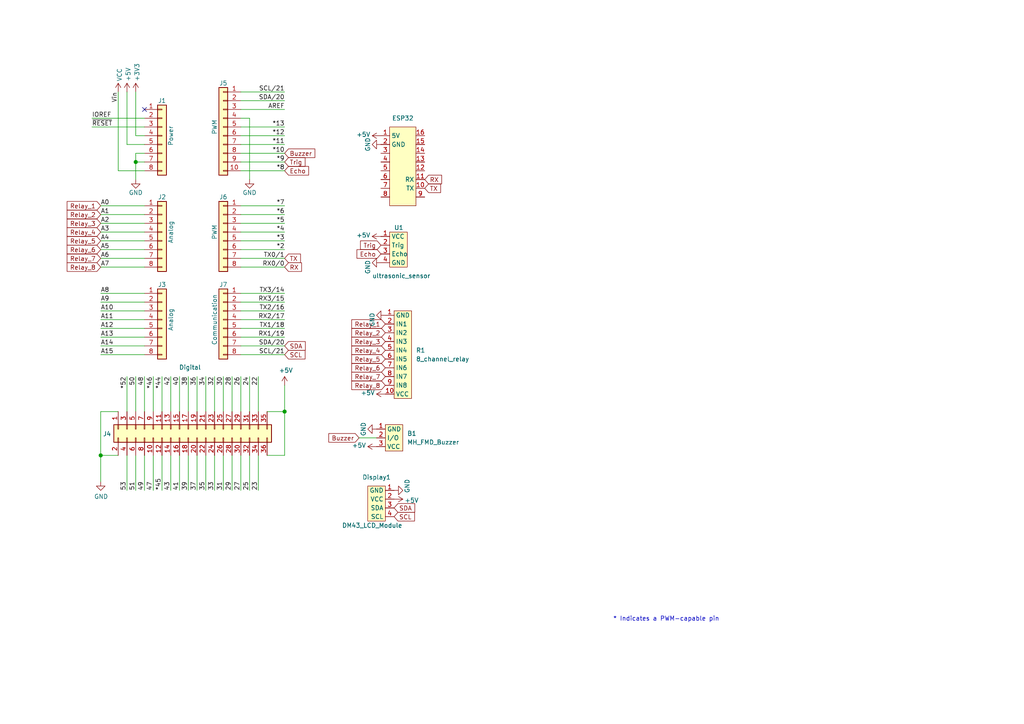
<source format=kicad_sch>
(kicad_sch (version 20211123) (generator eeschema)
  (paper "A4")
  (title_block (date "mar. 31 mars 2015"))
  (lib_symbols
    (symbol "Connector_Generic:Conn_01x08" (pin_names (offset 1.016) hide)
      (property "Reference" "J" (at 0 10.16 0))
      (property "Value" "Conn_01x08" (at 0 -12.7 0))
      (symbol "Conn_01x08_1_1"
        (rectangle (start -1.27 -10.033) (end 0 -10.287) (stroke (width 0.1524)))
        (rectangle (start -1.27 -7.493) (end 0 -7.747) (stroke (width 0.1524)))
        (rectangle (start -1.27 -4.953) (end 0 -5.207) (stroke (width 0.1524)))
        (rectangle (start -1.27 -2.413) (end 0 -2.667) (stroke (width 0.1524)))
        (rectangle (start -1.27 0.127) (end 0 -0.127) (stroke (width 0.1524)))
        (rectangle (start -1.27 2.667) (end 0 2.413) (stroke (width 0.1524)))
        (rectangle (start -1.27 5.207) (end 0 4.953) (stroke (width 0.1524)))
        (rectangle (start -1.27 7.747) (end 0 7.493) (stroke (width 0.1524)))
        (rectangle (start -1.27 8.89) (end 1.27 -11.43) (stroke (width 0.254)) (fill (type background)))
        (pin passive line (at -5.08 7.62 0) (length 3.81) (name "Pin_1") (number "1"))
        (pin passive line (at -5.08 5.08 0) (length 3.81) (name "Pin_2") (number "2"))
        (pin passive line (at -5.08 2.54 0) (length 3.81) (name "Pin_3") (number "3"))
        (pin passive line (at -5.08 0 0) (length 3.81) (name "Pin_4") (number "4"))
        (pin passive line (at -5.08 -2.54 0) (length 3.81) (name "Pin_5") (number "5"))
        (pin passive line (at -5.08 -5.08 0) (length 3.81) (name "Pin_6") (number "6"))
        (pin passive line (at -5.08 -7.62 0) (length 3.81) (name "Pin_7") (number "7"))
        (pin passive line (at -5.08 -10.16 0) (length 3.81) (name "Pin_8") (number "8"))
      )
    )
    (symbol "Connector_Generic:Conn_01x10" (pin_names (offset 1.016) hide)
      (property "Reference" "J" (at 0 12.7 0))
      (property "Value" "Conn_01x10" (at 0 -15.24 0))
      (symbol "Conn_01x10_1_1"
        (rectangle (start -1.27 -12.573) (end 0 -12.827) (stroke (width 0.1524)))
        (rectangle (start -1.27 -10.033) (end 0 -10.287) (stroke (width 0.1524)))
        (rectangle (start -1.27 -7.493) (end 0 -7.747) (stroke (width 0.1524)))
        (rectangle (start -1.27 -4.953) (end 0 -5.207) (stroke (width 0.1524)))
        (rectangle (start -1.27 -2.413) (end 0 -2.667) (stroke (width 0.1524)))
        (rectangle (start -1.27 0.127) (end 0 -0.127) (stroke (width 0.1524)))
        (rectangle (start -1.27 2.667) (end 0 2.413) (stroke (width 0.1524)))
        (rectangle (start -1.27 5.207) (end 0 4.953) (stroke (width 0.1524)))
        (rectangle (start -1.27 7.747) (end 0 7.493) (stroke (width 0.1524)))
        (rectangle (start -1.27 10.287) (end 0 10.033) (stroke (width 0.1524)))
        (rectangle (start -1.27 11.43) (end 1.27 -13.97) (stroke (width 0.254)) (fill (type background)))
        (pin passive line (at -5.08 10.16 0) (length 3.81) (name "Pin_1") (number "1"))
        (pin passive line (at -5.08 -12.7 0) (length 3.81) (name "Pin_10") (number "10"))
        (pin passive line (at -5.08 7.62 0) (length 3.81) (name "Pin_2") (number "2"))
        (pin passive line (at -5.08 5.08 0) (length 3.81) (name "Pin_3") (number "3"))
        (pin passive line (at -5.08 2.54 0) (length 3.81) (name "Pin_4") (number "4"))
        (pin passive line (at -5.08 0 0) (length 3.81) (name "Pin_5") (number "5"))
        (pin passive line (at -5.08 -2.54 0) (length 3.81) (name "Pin_6") (number "6"))
        (pin passive line (at -5.08 -5.08 0) (length 3.81) (name "Pin_7") (number "7"))
        (pin passive line (at -5.08 -7.62 0) (length 3.81) (name "Pin_8") (number "8"))
        (pin passive line (at -5.08 -10.16 0) (length 3.81) (name "Pin_9") (number "9"))
      )
    )
    (symbol "Connector_Generic:Conn_02x18_Odd_Even" (pin_names (offset 1.016) hide)
      (property "Reference" "J" (at 1.27 22.86 0))
      (property "Value" "Conn_02x18_Odd_Even" (at 1.27 -25.4 0))
      (symbol "Conn_02x18_Odd_Even_1_1"
        (rectangle (start -1.27 -22.733) (end 0 -22.987) (stroke (width 0.1524)))
        (rectangle (start -1.27 -20.193) (end 0 -20.447) (stroke (width 0.1524)))
        (rectangle (start -1.27 -17.653) (end 0 -17.907) (stroke (width 0.1524)))
        (rectangle (start -1.27 -15.113) (end 0 -15.367) (stroke (width 0.1524)))
        (rectangle (start -1.27 -12.573) (end 0 -12.827) (stroke (width 0.1524)))
        (rectangle (start -1.27 -10.033) (end 0 -10.287) (stroke (width 0.1524)))
        (rectangle (start -1.27 -7.493) (end 0 -7.747) (stroke (width 0.1524)))
        (rectangle (start -1.27 -4.953) (end 0 -5.207) (stroke (width 0.1524)))
        (rectangle (start -1.27 -2.413) (end 0 -2.667) (stroke (width 0.1524)))
        (rectangle (start -1.27 0.127) (end 0 -0.127) (stroke (width 0.1524)))
        (rectangle (start -1.27 2.667) (end 0 2.413) (stroke (width 0.1524)))
        (rectangle (start -1.27 5.207) (end 0 4.953) (stroke (width 0.1524)))
        (rectangle (start -1.27 7.747) (end 0 7.493) (stroke (width 0.1524)))
        (rectangle (start -1.27 10.287) (end 0 10.033) (stroke (width 0.1524)))
        (rectangle (start -1.27 12.827) (end 0 12.573) (stroke (width 0.1524)))
        (rectangle (start -1.27 15.367) (end 0 15.113) (stroke (width 0.1524)))
        (rectangle (start -1.27 17.907) (end 0 17.653) (stroke (width 0.1524)))
        (rectangle (start -1.27 20.447) (end 0 20.193) (stroke (width 0.1524)))
        (rectangle (start -1.27 21.59) (end 3.81 -24.13) (stroke (width 0.254)) (fill (type background)))
        (rectangle (start 3.81 -22.733) (end 2.54 -22.987) (stroke (width 0.1524)))
        (rectangle (start 3.81 -20.193) (end 2.54 -20.447) (stroke (width 0.1524)))
        (rectangle (start 3.81 -17.653) (end 2.54 -17.907) (stroke (width 0.1524)))
        (rectangle (start 3.81 -15.113) (end 2.54 -15.367) (stroke (width 0.1524)))
        (rectangle (start 3.81 -12.573) (end 2.54 -12.827) (stroke (width 0.1524)))
        (rectangle (start 3.81 -10.033) (end 2.54 -10.287) (stroke (width 0.1524)))
        (rectangle (start 3.81 -7.493) (end 2.54 -7.747) (stroke (width 0.1524)))
        (rectangle (start 3.81 -4.953) (end 2.54 -5.207) (stroke (width 0.1524)))
        (rectangle (start 3.81 -2.413) (end 2.54 -2.667) (stroke (width 0.1524)))
        (rectangle (start 3.81 0.127) (end 2.54 -0.127) (stroke (width 0.1524)))
        (rectangle (start 3.81 2.667) (end 2.54 2.413) (stroke (width 0.1524)))
        (rectangle (start 3.81 5.207) (end 2.54 4.953) (stroke (width 0.1524)))
        (rectangle (start 3.81 7.747) (end 2.54 7.493) (stroke (width 0.1524)))
        (rectangle (start 3.81 10.287) (end 2.54 10.033) (stroke (width 0.1524)))
        (rectangle (start 3.81 12.827) (end 2.54 12.573) (stroke (width 0.1524)))
        (rectangle (start 3.81 15.367) (end 2.54 15.113) (stroke (width 0.1524)))
        (rectangle (start 3.81 17.907) (end 2.54 17.653) (stroke (width 0.1524)))
        (rectangle (start 3.81 20.447) (end 2.54 20.193) (stroke (width 0.1524)))
        (pin passive line (at -5.08 20.32 0) (length 3.81) (name "Pin_1") (number "1"))
        (pin passive line (at 7.62 10.16 180) (length 3.81) (name "Pin_10") (number "10"))
        (pin passive line (at -5.08 7.62 0) (length 3.81) (name "Pin_11") (number "11"))
        (pin passive line (at 7.62 7.62 180) (length 3.81) (name "Pin_12") (number "12"))
        (pin passive line (at -5.08 5.08 0) (length 3.81) (name "Pin_13") (number "13"))
        (pin passive line (at 7.62 5.08 180) (length 3.81) (name "Pin_14") (number "14"))
        (pin passive line (at -5.08 2.54 0) (length 3.81) (name "Pin_15") (number "15"))
        (pin passive line (at 7.62 2.54 180) (length 3.81) (name "Pin_16") (number "16"))
        (pin passive line (at -5.08 0 0) (length 3.81) (name "Pin_17") (number "17"))
        (pin passive line (at 7.62 0 180) (length 3.81) (name "Pin_18") (number "18"))
        (pin passive line (at -5.08 -2.54 0) (length 3.81) (name "Pin_19") (number "19"))
        (pin passive line (at 7.62 20.32 180) (length 3.81) (name "Pin_2") (number "2"))
        (pin passive line (at 7.62 -2.54 180) (length 3.81) (name "Pin_20") (number "20"))
        (pin passive line (at -5.08 -5.08 0) (length 3.81) (name "Pin_21") (number "21"))
        (pin passive line (at 7.62 -5.08 180) (length 3.81) (name "Pin_22") (number "22"))
        (pin passive line (at -5.08 -7.62 0) (length 3.81) (name "Pin_23") (number "23"))
        (pin passive line (at 7.62 -7.62 180) (length 3.81) (name "Pin_24") (number "24"))
        (pin passive line (at -5.08 -10.16 0) (length 3.81) (name "Pin_25") (number "25"))
        (pin passive line (at 7.62 -10.16 180) (length 3.81) (name "Pin_26") (number "26"))
        (pin passive line (at -5.08 -12.7 0) (length 3.81) (name "Pin_27") (number "27"))
        (pin passive line (at 7.62 -12.7 180) (length 3.81) (name "Pin_28") (number "28"))
        (pin passive line (at -5.08 -15.24 0) (length 3.81) (name "Pin_29") (number "29"))
        (pin passive line (at -5.08 17.78 0) (length 3.81) (name "Pin_3") (number "3"))
        (pin passive line (at 7.62 -15.24 180) (length 3.81) (name "Pin_30") (number "30"))
        (pin passive line (at -5.08 -17.78 0) (length 3.81) (name "Pin_31") (number "31"))
        (pin passive line (at 7.62 -17.78 180) (length 3.81) (name "Pin_32") (number "32"))
        (pin passive line (at -5.08 -20.32 0) (length 3.81) (name "Pin_33") (number "33"))
        (pin passive line (at 7.62 -20.32 180) (length 3.81) (name "Pin_34") (number "34"))
        (pin passive line (at -5.08 -22.86 0) (length 3.81) (name "Pin_35") (number "35"))
        (pin passive line (at 7.62 -22.86 180) (length 3.81) (name "Pin_36") (number "36"))
        (pin passive line (at 7.62 17.78 180) (length 3.81) (name "Pin_4") (number "4"))
        (pin passive line (at -5.08 15.24 0) (length 3.81) (name "Pin_5") (number "5"))
        (pin passive line (at 7.62 15.24 180) (length 3.81) (name "Pin_6") (number "6"))
        (pin passive line (at -5.08 12.7 0) (length 3.81) (name "Pin_7") (number "7"))
        (pin passive line (at 7.62 12.7 180) (length 3.81) (name "Pin_8") (number "8"))
        (pin passive line (at -5.08 10.16 0) (length 3.81) (name "Pin_9") (number "9"))
      )
    )
    (symbol "My_Symbol:8_channel_relay"
      (property "Reference" "R" (at -1.27 3.81 0))
      (property "Value" "8_channel_relay" (at 0 -30.48 0))
      (symbol "8_channel_relay_0_1"
        (rectangle (start 0 0) (end 5.08 -25.4) (fill (type background)))
      )
      (symbol "8_channel_relay_1_1"
        (pin input line (at -2.54 -1.27 0) (length 2.54) (name "GND") (number "1"))
        (pin input line (at -2.54 -24.13 0) (length 2.54) (name "VCC") (number "10"))
        (pin input line (at -2.54 -3.81 0) (length 2.54) (name "IN1") (number "2"))
        (pin input line (at -2.54 -6.35 0) (length 2.54) (name "IN2") (number "3"))
        (pin input line (at -2.54 -8.89 0) (length 2.54) (name "IN3") (number "4"))
        (pin input line (at -2.54 -11.43 0) (length 2.54) (name "IN4") (number "5"))
        (pin input line (at -2.54 -13.97 0) (length 2.54) (name "IN5") (number "6"))
        (pin input line (at -2.54 -16.51 0) (length 2.54) (name "IN6") (number "7"))
        (pin input line (at -2.54 -19.05 0) (length 2.54) (name "IN7") (number "8"))
        (pin input line (at -2.54 -21.59 0) (length 2.54) (name "IN8") (number "9"))
      )
    )
    (symbol "My_Symbol:DM43_LCD_Module"
      (property "Reference" "Display" (at 2.54 1.27 0))
      (property "Value" "DM43_LCD_Module" (at 3.81 -12.7 0))
      (symbol "DM43_LCD_Module_0_1"
        (rectangle (start 5.08 0) (end 0 -10.16) (fill (type background)))
      )
      (symbol "DM43_LCD_Module_1_1"
        (pin input line (at 7.62 -1.27 180) (length 2.54) (name "GND") (number "1"))
        (pin input line (at 7.62 -3.81 180) (length 2.54) (name "VCC") (number "2"))
        (pin input line (at 7.62 -6.35 180) (length 2.54) (name "SDA") (number "3"))
        (pin input line (at 7.62 -8.89 180) (length 2.54) (name "SCL") (number "4"))
      )
    )
    (symbol "My_Symbol:ESP32"
      (property "Value" "ESP32" (at 3.81 1.27 0))
      (symbol "ESP32_0_1"
        (rectangle (start 0 0) (end 7.62 -22.86) (fill (type background)))
      )
      (symbol "ESP32_1_1"
        (pin input line (at -2.54 -2.54 0) (length 2.54) (name "5V") (number "1"))
        (pin input line (at 10.16 -17.78 180) (length 2.54) (name "TX") (number "10"))
        (pin input line (at 10.16 -15.24 180) (length 2.54) (name "RX") (number "11"))
        (pin input line (at 10.16 -12.7 180) (length 2.54) (name "") (number "12"))
        (pin input line (at 10.16 -10.16 180) (length 2.54) (name "") (number "13"))
        (pin input line (at 10.16 -7.62 180) (length 2.54) (name "") (number "14"))
        (pin input line (at 10.16 -5.08 180) (length 2.54) (name "") (number "15"))
        (pin input line (at 10.16 -2.54 180) (length 2.54) (name "") (number "16"))
        (pin input line (at -2.54 -5.08 0) (length 2.54) (name "GND") (number "2"))
        (pin input line (at -2.54 -7.62 0) (length 2.54) (name "") (number "3"))
        (pin input line (at -2.54 -10.16 0) (length 2.54) (name "") (number "4"))
        (pin input line (at -2.54 -12.7 0) (length 2.54) (name "") (number "5"))
        (pin input line (at -2.54 -15.24 0) (length 2.54) (name "") (number "6"))
        (pin input line (at -2.54 -17.78 0) (length 2.54) (name "") (number "7"))
        (pin input line (at -2.54 -20.32 0) (length 2.54) (name "") (number "8"))
        (pin input line (at 10.16 -20.32 180) (length 2.54) (name "") (number "9"))
      )
    )
    (symbol "My_Symbol:MH_FMD_Buzzer"
      (property "Reference" "B" (at 0 -8.89 0))
      (property "Value" "MH_FMD_Buzzer" (at 0 3.81 0))
      (symbol "MH_FMD_Buzzer_0_1"
        (polyline (pts (xy 0 0) (xy 0 -7.62) (xy 5.08 -7.62) (xy 5.08 0) (xy 0 0)) (fill (type background)))
      )
      (symbol "MH_FMD_Buzzer_1_1"
        (pin input line (at -2.54 -1.27 0) (length 2.54) (name "GND") (number "1"))
        (pin input line (at -2.54 -3.81 0) (length 2.54) (name "I/O") (number "2"))
        (pin input line (at -2.54 -6.35 0) (length 2.54) (name "VCC") (number "3"))
      )
    )
    (symbol "My_Symbol:ultrasonic_sensor"
      (property "Reference" "U" (at 3.048 -13.462 0))
      (property "Value" "ultrasonic_sensor" (at 2.794 2.794 0))
      (symbol "ultrasonic_sensor_0_1"
        (rectangle (start 0 0) (end 5.08 -10.16) (fill (type background)))
      )
      (symbol "ultrasonic_sensor_1_1"
        (pin input line (at -2.54 -1.27 0) (length 2.54) (name "VCC") (number "1"))
        (pin input line (at -2.54 -3.81 0) (length 2.54) (name "Trig") (number "2"))
        (pin input line (at -2.54 -6.35 0) (length 2.54) (name "Echo") (number "3"))
        (pin input line (at -2.54 -8.89 0) (length 2.54) (name "GND") (number "4"))
      )
    )
    (symbol "power:+3V3" (power) (pin_names (offset 0))
      (property "Value" "+3V3" (at 0 3.556 0))
      (symbol "+3V3_0_1"
        (polyline (pts (xy -0.762 1.27) (xy 0 2.54)))
        (polyline (pts (xy 0 0) (xy 0 2.54)))
        (polyline (pts (xy 0 2.54) (xy 0.762 1.27)))
      )
      (symbol "+3V3_1_1"
        (pin power_in line (at 0 0 90) (length 0) hide (name "+3V3") (number "1"))
      )
    )
    (symbol "power:+5V" (power) (pin_names (offset 0))
      (property "Value" "+5V" (at 0 3.556 0))
      (symbol "+5V_0_1"
        (polyline (pts (xy -0.762 1.27) (xy 0 2.54)))
        (polyline (pts (xy 0 0) (xy 0 2.54)))
        (polyline (pts (xy 0 2.54) (xy 0.762 1.27)))
      )
      (symbol "+5V_1_1"
        (pin power_in line (at 0 0 90) (length 0) hide (name "+5V") (number "1"))
      )
    )
    (symbol "power:GND" (power) (pin_names (offset 0))
      (property "Value" "GND" (at 0 -3.81 0))
      (symbol "GND_0_1"
        (polyline (pts (xy 0 0) (xy 0 -1.27) (xy 1.27 -1.27) (xy 0 -2.54) (xy -1.27 -1.27) (xy 0 -1.27)))
      )
      (symbol "GND_1_1"
        (pin power_in line (at 0 0 270) (length 0) hide (name "GND") (number "1"))
      )
    )
    (symbol "power:VCC" (power) (pin_names (offset 0))
      (property "Value" "VCC" (at 0 3.81 0))
      (symbol "VCC_0_1"
        (polyline (pts (xy -0.762 1.27) (xy 0 2.54)))
        (polyline (pts (xy 0 0) (xy 0 2.54)))
        (polyline (pts (xy 0 2.54) (xy 0.762 1.27)))
      )
      (symbol "VCC_1_1"
        (pin power_in line (at 0 0 90) (length 0) hide (name "VCC") (number "1"))
      )
    )
  )
  (junction (at 29.21 132.08) (diameter 1.016))
  (junction (at 39.37 46.99) (diameter 1.016))
  (junction (at 82.55 119.38) (diameter 1.016))
  (no_connect (at 41.91 31.75))
  (wire (pts (xy 69.85 77.47) (xy 82.55 77.47)))
  (wire (pts (xy 104.14 127) (xy 109.22 127)))
  (wire (pts (xy 29.21 77.47) (xy 41.91 77.47)))
  (wire (pts (xy 69.85 44.45) (xy 82.55 44.45)))
  (wire (pts (xy 52.07 109.22) (xy 52.07 119.38)))
  (wire (pts (xy 69.85 26.67) (xy 82.55 26.67)))
  (wire (pts (xy 54.61 109.22) (xy 54.61 119.38)))
  (wire (pts (xy 82.55 119.38) (xy 82.55 132.08)))
  (wire (pts (xy 34.29 119.38) (xy 29.21 119.38)))
  (wire (pts (xy 69.85 90.17) (xy 82.55 90.17)))
  (wire (pts (xy 39.37 44.45) (xy 39.37 46.99)))
  (wire (pts (xy 57.15 132.08) (xy 57.15 142.24)))
  (wire (pts (xy 29.21 72.39) (xy 41.91 72.39)))
  (wire (pts (xy 62.23 109.22) (xy 62.23 119.38)))
  (wire (pts (xy 39.37 109.22) (xy 39.37 119.38)))
  (wire (pts (xy 74.93 109.22) (xy 74.93 119.38)))
  (wire (pts (xy 39.37 46.99) (xy 39.37 52.07)))
  (wire (pts (xy 69.85 132.08) (xy 69.85 142.24)))
  (wire (pts (xy 39.37 39.37) (xy 41.91 39.37)))
  (wire (pts (xy 49.53 109.22) (xy 49.53 119.38)))
  (wire (pts (xy 36.83 41.91) (xy 41.91 41.91)))
  (wire (pts (xy 59.69 132.08) (xy 59.69 142.24)))
  (wire (pts (xy 36.83 26.67) (xy 36.83 41.91)))
  (wire (pts (xy 29.21 102.87) (xy 41.91 102.87)))
  (wire (pts (xy 44.45 132.08) (xy 44.45 142.24)))
  (wire (pts (xy 67.31 132.08) (xy 67.31 142.24)))
  (wire (pts (xy 69.85 36.83) (xy 82.55 36.83)))
  (wire (pts (xy 39.37 26.67) (xy 39.37 39.37)))
  (wire (pts (xy 69.85 59.69) (xy 82.55 59.69)))
  (wire (pts (xy 41.91 59.69) (xy 29.21 59.69)))
  (wire (pts (xy 69.85 39.37) (xy 82.55 39.37)))
  (wire (pts (xy 41.91 100.33) (xy 29.21 100.33)))
  (wire (pts (xy 69.85 62.23) (xy 82.55 62.23)))
  (wire (pts (xy 69.85 97.79) (xy 82.55 97.79)))
  (wire (pts (xy 59.69 109.22) (xy 59.69 119.38)))
  (wire (pts (xy 29.21 119.38) (xy 29.21 132.08)))
  (wire (pts (xy 44.45 109.22) (xy 44.45 119.38)))
  (wire (pts (xy 34.29 132.08) (xy 29.21 132.08)))
  (wire (pts (xy 69.85 46.99) (xy 82.55 46.99)))
  (wire (pts (xy 67.31 109.22) (xy 67.31 119.38)))
  (wire (pts (xy 64.77 109.22) (xy 64.77 119.38)))
  (wire (pts (xy 46.99 132.08) (xy 46.99 142.24)))
  (wire (pts (xy 64.77 132.08) (xy 64.77 142.24)))
  (wire (pts (xy 41.91 132.08) (xy 41.91 142.24)))
  (wire (pts (xy 72.39 109.22) (xy 72.39 119.38)))
  (wire (pts (xy 69.85 67.31) (xy 82.55 67.31)))
  (wire (pts (xy 52.07 132.08) (xy 52.07 142.24)))
  (wire (pts (xy 46.99 109.22) (xy 46.99 119.38)))
  (wire (pts (xy 26.67 34.29) (xy 41.91 34.29)))
  (wire (pts (xy 69.85 87.63) (xy 82.55 87.63)))
  (wire (pts (xy 82.55 111.76) (xy 82.55 119.38)))
  (wire (pts (xy 72.39 34.29) (xy 72.39 52.07)))
  (wire (pts (xy 69.85 102.87) (xy 82.55 102.87)))
  (wire (pts (xy 69.85 31.75) (xy 82.55 31.75)))
  (wire (pts (xy 77.47 119.38) (xy 82.55 119.38)))
  (wire (pts (xy 69.85 95.25) (xy 82.55 95.25)))
  (wire (pts (xy 29.21 92.71) (xy 41.91 92.71)))
  (wire (pts (xy 41.91 64.77) (xy 29.21 64.77)))
  (wire (pts (xy 26.67 36.83) (xy 41.91 36.83)))
  (wire (pts (xy 69.85 85.09) (xy 82.55 85.09)))
  (wire (pts (xy 41.91 46.99) (xy 39.37 46.99)))
  (wire (pts (xy 41.91 49.53) (xy 34.29 49.53)))
  (wire (pts (xy 36.83 109.22) (xy 36.83 119.38)))
  (wire (pts (xy 29.21 62.23) (xy 41.91 62.23)))
  (wire (pts (xy 39.37 132.08) (xy 39.37 142.24)))
  (wire (pts (xy 62.23 132.08) (xy 62.23 142.24)))
  (wire (pts (xy 41.91 90.17) (xy 29.21 90.17)))
  (wire (pts (xy 36.83 132.08) (xy 36.83 142.24)))
  (wire (pts (xy 69.85 92.71) (xy 82.55 92.71)))
  (wire (pts (xy 69.85 34.29) (xy 72.39 34.29)))
  (wire (pts (xy 54.61 132.08) (xy 54.61 142.24)))
  (wire (pts (xy 41.91 44.45) (xy 39.37 44.45)))
  (wire (pts (xy 29.21 97.79) (xy 41.91 97.79)))
  (wire (pts (xy 69.85 109.22) (xy 69.85 119.38)))
  (wire (pts (xy 69.85 41.91) (xy 82.55 41.91)))
  (wire (pts (xy 57.15 109.22) (xy 57.15 119.38)))
  (wire (pts (xy 29.21 87.63) (xy 41.91 87.63)))
  (wire (pts (xy 69.85 64.77) (xy 82.55 64.77)))
  (wire (pts (xy 29.21 67.31) (xy 41.91 67.31)))
  (wire (pts (xy 41.91 109.22) (xy 41.91 119.38)))
  (wire (pts (xy 69.85 100.33) (xy 82.55 100.33)))
  (wire (pts (xy 82.55 132.08) (xy 77.47 132.08)))
  (wire (pts (xy 41.91 85.09) (xy 29.21 85.09)))
  (wire (pts (xy 74.93 132.08) (xy 74.93 142.24)))
  (wire (pts (xy 69.85 29.21) (xy 82.55 29.21)))
  (wire (pts (xy 72.39 132.08) (xy 72.39 142.24)))
  (wire (pts (xy 69.85 72.39) (xy 82.55 72.39)))
  (wire (pts (xy 69.85 69.85) (xy 82.55 69.85)))
  (wire (pts (xy 49.53 132.08) (xy 49.53 142.24)))
  (wire (pts (xy 69.85 74.93) (xy 82.55 74.93)))
  (wire (pts (xy 41.91 95.25) (xy 29.21 95.25)))
  (wire (pts (xy 34.29 49.53) (xy 34.29 26.67)))
  (wire (pts (xy 29.21 132.08) (xy 29.21 139.7)))
  (wire (pts (xy 41.91 74.93) (xy 29.21 74.93)))
  (wire (pts (xy 41.91 69.85) (xy 29.21 69.85)))
  (wire (pts (xy 69.85 49.53) (xy 82.55 49.53)))
  (text "* Indicates a PWM-capable pin" (at 177.8 180.34 0) (effects (font (size 1.27 1.27)) (justify left bottom)))
  (label "A10" (at 29.21 90.17 0))
  (label "RX0{slash}0" (at 82.55 77.47 180))
  (label "A15" (at 29.21 102.87 0))
  (label "A2" (at 29.21 64.77 0))
  (label "RX2{slash}17" (at 82.55 92.71 180))
  (label "*4" (at 82.55 67.31 180))
  (label "SDA{slash}20" (at 82.55 100.33 180))
  (label "26" (at 69.85 109.22 270))
  (label "31" (at 64.77 142.24 90))
  (label "22" (at 74.93 109.22 270))
  (label "33" (at 62.23 142.24 90))
  (label "36" (at 57.15 109.22 270))
  (label "*2" (at 82.55 72.39 180))
  (label "TX1{slash}18" (at 82.55 95.25 180))
  (label "*44" (at 46.99 109.22 270))
  (label "A3" (at 29.21 67.31 0))
  (label "*13" (at 82.55 36.83 180))
  (label "*52" (at 36.83 109.22 270))
  (label "*12" (at 82.55 39.37 180))
  (label "40" (at 52.07 109.22 270))
  (label "~{RESET}" (at 26.67 36.83 0))
  (label "35" (at 59.69 142.24 90))
  (label "*10" (at 82.55 44.45 180))
  (label "28" (at 67.31 109.22 270))
  (label "23" (at 74.93 142.24 90))
  (label "29" (at 67.31 142.24 90))
  (label "A13" (at 29.21 97.79 0))
  (label "41" (at 52.07 142.24 90))
  (label "30" (at 64.77 109.22 270))
  (label "47" (at 44.45 142.24 90))
  (label "34" (at 59.69 109.22 270))
  (label "*45" (at 46.99 142.24 90))
  (label "38" (at 54.61 109.22 270))
  (label "51" (at 39.37 142.24 90))
  (label "*7" (at 82.55 59.69 180))
  (label "SDA{slash}20" (at 82.55 29.21 180))
  (label "*8" (at 82.55 49.53 180))
  (label "A9" (at 29.21 87.63 0))
  (label "*11" (at 82.55 41.91 180))
  (label "*3" (at 82.55 69.85 180))
  (label "A6" (at 29.21 74.93 0))
  (label "42" (at 49.53 109.22 270))
  (label "A1" (at 29.21 62.23 0))
  (label "53" (at 36.83 142.24 90))
  (label "TX0{slash}1" (at 82.55 74.93 180))
  (label "24" (at 72.39 109.22 270))
  (label "RX1{slash}19" (at 82.55 97.79 180))
  (label "A0" (at 29.21 59.69 0))
  (label "AREF" (at 82.55 31.75 180))
  (label "A14" (at 29.21 100.33 0))
  (label "39" (at 54.61 142.24 90))
  (label "A8" (at 29.21 85.09 0))
  (label "Vin" (at 34.29 26.67 270))
  (label "27" (at 69.85 142.24 90))
  (label "37" (at 57.15 142.24 90))
  (label "25" (at 72.39 142.24 90))
  (label "*6" (at 82.55 62.23 180))
  (label "*46" (at 44.45 109.22 270))
  (label "SCL{slash}21" (at 82.55 26.67 180))
  (label "*9" (at 82.55 46.99 180))
  (label "50" (at 39.37 109.22 270))
  (label "TX2{slash}16" (at 82.55 90.17 180))
  (label "*5" (at 82.55 64.77 180))
  (label "IOREF" (at 26.67 34.29 0))
  (label "A7" (at 29.21 77.47 0))
  (label "A11" (at 29.21 92.71 0))
  (label "A4" (at 29.21 69.85 0))
  (label "49" (at 41.91 142.24 90))
  (label "A5" (at 29.21 72.39 0))
  (label "RX3{slash}15" (at 82.55 87.63 180))
  (label "TX3{slash}14" (at 82.55 85.09 180))
  (label "32" (at 62.23 109.22 270))
  (label "43" (at 49.53 142.24 90))
  (label "A12" (at 29.21 95.25 0))
  (label "SCL{slash}21" (at 82.55 102.87 180))
  (label "48" (at 41.91 109.22 270))
  (global_label "SDA" (shape input) (at 114.3 147.32 0) (property "Intersheet References" "${INTERSHEET_REFS}" (effects hide)))
  (global_label "SDA" (shape input) (at 82.55 100.33 0) (property "Intersheet References" "${INTERSHEET_REFS}" (effects hide)))
  (global_label "Relay_6" (shape input) (at 29.21 72.39 180) (property "Intersheet References" "${INTERSHEET_REFS}" (effects hide)))
  (global_label "Relay_4" (shape input) (at 111.76 101.6 180) (property "Intersheet References" "${INTERSHEET_REFS}" (effects hide)))
  (global_label "Relay_1" (shape input) (at 29.21 59.69 180) (property "Intersheet References" "${INTERSHEET_REFS}" (effects hide)))
  (global_label "Trig" (shape input) (at 110.49 71.12 180) (property "Intersheet References" "${INTERSHEET_REFS}" (effects hide)))
  (global_label "Relay_5" (shape input) (at 111.76 104.14 180) (property "Intersheet References" "${INTERSHEET_REFS}" (effects hide)))
  (global_label "Buzzer" (shape input) (at 104.14 127 180) (property "Intersheet References" "${INTERSHEET_REFS}" (effects hide)))
  (global_label "Echo" (shape input) (at 82.55 49.53 0) (property "Intersheet References" "${INTERSHEET_REFS}" (effects hide)))
  (global_label "Relay_3" (shape input) (at 29.21 64.77 180) (property "Intersheet References" "${INTERSHEET_REFS}" (effects hide)))
  (global_label "TX" (shape input) (at 82.55 74.93 0) (property "Intersheet References" "${INTERSHEET_REFS}" (effects hide)))
  (global_label "TX" (shape input) (at 123.19 54.61 0) (property "Intersheet References" "${INTERSHEET_REFS}" (effects hide)))
  (global_label "Relay_5" (shape input) (at 29.21 69.85 180) (property "Intersheet References" "${INTERSHEET_REFS}" (effects hide)))
  (global_label "RX" (shape input) (at 82.55 77.47 0) (property "Intersheet References" "${INTERSHEET_REFS}" (effects hide)))
  (global_label "Relay_8" (shape input) (at 111.76 111.76 180) (property "Intersheet References" "${INTERSHEET_REFS}" (effects hide)))
  (global_label "SCL" (shape input) (at 82.55 102.87 0) (property "Intersheet References" "${INTERSHEET_REFS}" (effects hide)))
  (global_label "Echo" (shape input) (at 110.49 73.66 180) (property "Intersheet References" "${INTERSHEET_REFS}" (effects hide)))
  (global_label "Relay_3" (shape input) (at 111.76 99.06 180) (property "Intersheet References" "${INTERSHEET_REFS}" (effects hide)))
  (global_label "SCL" (shape input) (at 114.3 149.86 0) (property "Intersheet References" "${INTERSHEET_REFS}" (effects hide)))
  (global_label "RX" (shape input) (at 123.19 52.07 0) (property "Intersheet References" "${INTERSHEET_REFS}" (effects hide)))
  (global_label "Buzzer" (shape input) (at 82.55 44.45 0) (property "Intersheet References" "${INTERSHEET_REFS}" (effects hide)))
  (global_label "Relay_4" (shape input) (at 29.21 67.31 180) (property "Intersheet References" "${INTERSHEET_REFS}" (effects hide)))
  (global_label "Relay_2" (shape input) (at 111.76 96.52 180) (property "Intersheet References" "${INTERSHEET_REFS}" (effects hide)))
  (global_label "Relay_7" (shape input) (at 29.21 74.93 180) (property "Intersheet References" "${INTERSHEET_REFS}" (effects hide)))
  (global_label "Relay_6" (shape input) (at 111.76 106.68 180) (property "Intersheet References" "${INTERSHEET_REFS}" (effects hide)))
  (global_label "Relay_1" (shape input) (at 111.76 93.98 180) (property "Intersheet References" "${INTERSHEET_REFS}" (effects hide)))
  (global_label "Trig" (shape input) (at 82.55 46.99 0) (property "Intersheet References" "${INTERSHEET_REFS}" (effects hide)))
  (global_label "Relay_7" (shape input) (at 111.76 109.22 180) (property "Intersheet References" "${INTERSHEET_REFS}" (effects hide)))
  (global_label "Relay_2" (shape input) (at 29.21 62.23 180) (property "Intersheet References" "${INTERSHEET_REFS}" (effects hide)))
  (global_label "Relay_8" (shape input) (at 29.21 77.47 180) (property "Intersheet References" "${INTERSHEET_REFS}" (effects hide)))
  (symbol (lib_id "Connector_Generic:Conn_01x08") (at 46.99 39.37 0) (unit 1)
    (property "Reference" "J1" (at 46.99 29.21 0))
    (property "Value" "Power" (at 49.53 39.37 90))
    (property "Footprint" "Connector_PinSocket_2.54mm:PinSocket_1x08_P2.54mm_Vertical" (effects hide))
  )
  (symbol (lib_id "power:+3V3") (at 39.37 26.67 0) (unit 1)
    (property "Reference" "#PWR04" (effects hide))
    (property "Value" "+3.3V" (at 39.751 23.622 90) (effects (justify left)))
  )
  (symbol (lib_id "power:+5V") (at 36.83 26.67 0) (unit 1)
    (property "Reference" "#PWR03" (effects hide))
    (property "Value" "+5V" (at 37.1856 23.622 90) (effects (justify left)))
  )
  (symbol (lib_id "power:GND") (at 39.37 52.07 0) (unit 1)
    (property "Reference" "#PWR05" (effects hide))
    (property "Value" "GND" (at 39.37 55.88 0))
  )
  (symbol (lib_id "Connector_Generic:Conn_01x10") (at 64.77 36.83 0) (mirror y) (unit 1)
    (property "Reference" "J5" (at 64.77 24.13 0))
    (property "Value" "PWM" (at 62.23 36.83 90))
    (property "Footprint" "Connector_PinSocket_2.54mm:PinSocket_1x10_P2.54mm_Vertical" (effects hide))
  )
  (symbol (lib_id "power:GND") (at 72.39 52.07 0) (unit 1)
    (property "Reference" "#PWR06" (effects hide))
    (property "Value" "GND" (at 72.39 55.88 0))
  )
  (symbol (lib_id "Connector_Generic:Conn_01x08") (at 46.99 67.31 0) (unit 1)
    (property "Reference" "J2" (at 46.99 57.15 0))
    (property "Value" "Analog" (at 49.53 67.31 90))
    (property "Footprint" "Connector_PinSocket_2.54mm:PinSocket_1x08_P2.54mm_Vertical" (effects hide))
  )
  (symbol (lib_id "Connector_Generic:Conn_01x08") (at 64.77 67.31 0) (mirror y) (unit 1)
    (property "Reference" "J6" (at 64.77 57.15 0))
    (property "Value" "PWM" (at 62.23 67.31 90))
    (property "Footprint" "Connector_PinSocket_2.54mm:PinSocket_1x08_P2.54mm_Vertical" (effects hide))
  )
  (symbol (lib_id "Connector_Generic:Conn_01x08") (at 46.99 92.71 0) (unit 1)
    (property "Reference" "J3" (at 46.99 82.55 0))
    (property "Value" "Analog" (at 49.53 92.71 90))
    (property "Footprint" "Connector_PinSocket_2.54mm:PinSocket_1x08_P2.54mm_Vertical" (effects hide))
  )
  (symbol (lib_id "Connector_Generic:Conn_01x08") (at 64.77 92.71 0) (mirror y) (unit 1)
    (property "Reference" "J7" (at 64.77 82.55 0))
    (property "Value" "Communication" (at 62.23 92.71 90))
    (property "Footprint" "Connector_PinSocket_2.54mm:PinSocket_1x08_P2.54mm_Vertical" (effects hide))
  )
  (symbol (lib_id "Connector_Generic:Conn_02x18_Odd_Even") (at 54.61 124.46 90) (mirror x) (unit 1)
    (property "Reference" "J4" (at 32.2579 125.8506 90) (effects (justify left)))
    (property "Value" "Digital" (at 55.118 106.553 90))
    (property "Footprint" "Connector_PinSocket_2.54mm:PinSocket_2x18_P2.54mm_Vertical" (effects hide))
  )
  (symbol (lib_id "power:GND") (at 29.21 139.7 0) (unit 1)
    (property "Reference" "#PWR01" (effects hide))
    (property "Value" "GND" (at 29.3243 144.0244 0))
  )
  (symbol (lib_id "power:+5V") (at 82.55 111.76 0) (unit 1)
    (property "Reference" "#PWR07" (effects hide))
    (property "Value" "+5V" (at 82.9183 107.4356 0))
  )
  (symbol (lib_id "power:+5V") (at 110.49 39.37 90) (unit 1)
    (property "Reference" "#PWR010" (effects hide))
    (property "Value" "+5V" (at 107.442 39.0144 90) (effects (justify left)))
  )
  (symbol (lib_id "My_Symbol:ESP32") (at 113.03 36.83 0) (unit 1)
    (property "Reference" "E1" (effects hide))
    (property "Value" "ESP32" (at 116.84 34.29 0))
    (property "Footprint" "My_Lib:ESP32" (effects hide))
  )
  (symbol (lib_id "power:GND") (at 111.76 91.44 270) (unit 1)
    (property "Reference" "#PWR014" (effects hide))
    (property "Value" "GND" (at 107.95 92.71 0))
  )
  (symbol (lib_id "My_Symbol:DM43_LCD_Module") (at 106.68 140.97 0) (unit 1)
    (property "Reference" "Display1" (at 109.22 138.43 0))
    (property "Value" "DM43_LCD_Module" (at 107.95 152.4 0))
    (property "Footprint" "My_Lib:DM43_LCD_Module" (effects hide))
  )
  (symbol (lib_id "power:VCC") (at 34.29 26.67 0) (unit 1)
    (property "Reference" "#PWR02" (effects hide))
    (property "Value" "VCC" (at 34.671 23.622 90) (effects (justify left)))
  )
  (symbol (lib_id "My_Symbol:MH_FMD_Buzzer") (at 111.76 123.19 0) (unit 1)
    (property "Reference" "B1" (at 118.11 125.7299 0) (effects (justify left)))
    (property "Value" "MH_FMD_Buzzer" (at 118.11 128.2699 0) (effects (justify left)))
    (property "Footprint" "My_Lib:MH_FMD_Buzzer" (effects hide))
  )
  (symbol (lib_id "power:GND") (at 109.22 124.46 270) (unit 1)
    (property "Reference" "#PWR08" (effects hide))
    (property "Value" "GND" (at 105.41 124.46 0))
  )
  (symbol (lib_id "power:+5V") (at 110.49 68.58 90) (unit 1)
    (property "Reference" "#PWR012" (effects hide))
    (property "Value" "+5V" (at 107.442 68.2244 90) (effects (justify left)))
  )
  (symbol (lib_id "power:+5V") (at 114.3 144.78 270) (unit 1)
    (property "Reference" "#PWR017" (effects hide))
    (property "Value" "+5V" (at 117.348 145.1356 90) (effects (justify left)))
  )
  (symbol (lib_id "power:+5V") (at 111.76 114.3 90) (unit 1)
    (property "Reference" "#PWR015" (effects hide))
    (property "Value" "+5V" (at 108.712 113.9444 90) (effects (justify left)))
  )
  (symbol (lib_id "power:GND") (at 110.49 41.91 270) (unit 1)
    (property "Reference" "#PWR011" (effects hide))
    (property "Value" "GND" (at 106.68 41.91 0))
  )
  (symbol (lib_id "power:GND") (at 110.49 76.2 270) (unit 1)
    (property "Reference" "#PWR013" (effects hide))
    (property "Value" "GND" (at 106.68 77.47 0))
  )
  (symbol (lib_id "My_Symbol:8_channel_relay") (at 114.3 90.17 0) (unit 1)
    (property "Reference" "R1" (at 120.65 101.6 0) (effects (justify left)))
    (property "Value" "8_channel_relay" (at 120.65 104.1399 0) (effects (justify left)))
    (property "Footprint" "My_Lib:8_channel_relay" (effects hide))
  )
  (symbol (lib_id "My_Symbol:ultrasonic_sensor") (at 113.03 67.31 0) (unit 1)
    (property "Reference" "U1" (at 114.3 66.04 0) (effects (justify left)))
    (property "Value" "ultrasonic_sensor" (at 107.95 80.01 0) (effects (justify left)))
    (property "Footprint" "My_Lib:ultrasonic_sensor" (effects hide))
  )
  (symbol (lib_id "power:GND") (at 114.3 142.24 90) (unit 1)
    (property "Reference" "#PWR016" (effects hide))
    (property "Value" "GND" (at 118.11 140.97 0))
  )
  (symbol (lib_id "power:+5V") (at 109.22 129.54 90) (unit 1)
    (property "Reference" "#PWR09" (effects hide))
    (property "Value" "+5V" (at 106.172 129.1844 90) (effects (justify left)))
  )
)
</source>
